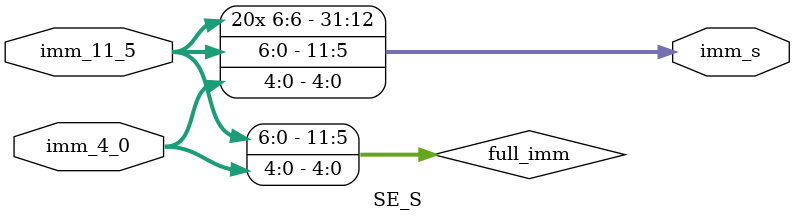
<source format=v>
module SE_S #(parameter OUT_WIDTH = 32)
(input [6:0] imm_11_5, input [4:0] imm_4_0,
 output [OUT_WIDTH-1: 0] imm_s);
   wire [11:0] full_imm;
   assign full_imm = {imm_11_5, imm_4_0};
   assign imm_s = {{(OUT_WIDTH-12){full_imm[11]}}, full_imm};
endmodule
</source>
